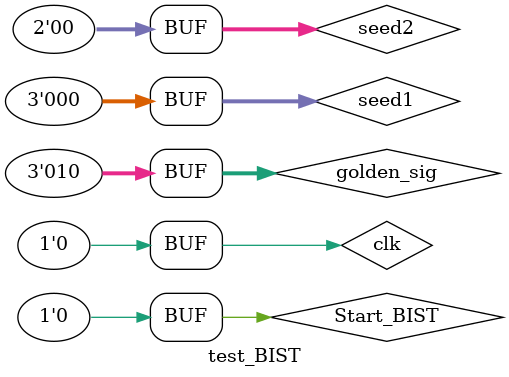
<source format=v>
`timescale 1ns / 1ps


module test_BIST;

	// Inputs
	reg clk;
	reg Start_BIST;
	reg [2:0] seed1;
	reg [1:0] seed2;
	reg [2:0] golden_sig;
	

	// Outputs
	wire pass_fail;

	// Instantiate the Unit Under Test (UUT)
	BIST_AND uut (
		.clk(clk), 
		.Start_BIST(Start_BIST),
	    .seed1(seed1), 
		.seed2(seed2), 
		.golden_sig(golden_sig),
		.pass_fail(pass_fail)
	);

	initial begin
		// Initialize Inputs
		seed1 = 0;
		golden_sig = 2;
		seed2 = 0;
		Start_BIST = 0;
      #100
      Start_BIST = 1;
              #10;
           Start_BIST = 0;
		
		end
		// Wait 100 ns for global reset to finish
	
        
		// Add stimulus here

  initial begin
			
		clk = 0;
		repeat(1000)
		#5  clk=~clk;
		
		end
	
		
		
	
		// Wait 100 ns for global reset to finish
	
        
		// Add stimulus here


       

endmodule


</source>
